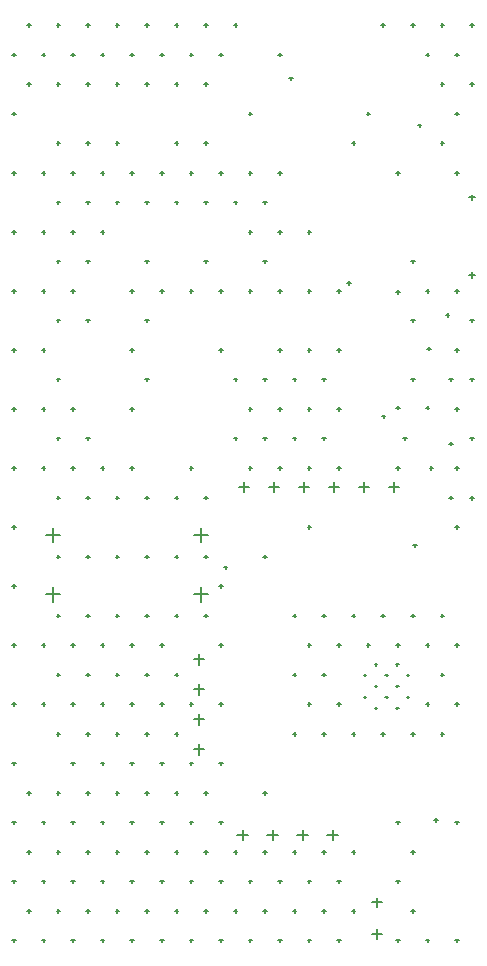
<source format=gbr>
%TF.GenerationSoftware,Altium Limited,Altium Designer,25.7.1 (20)*%
G04 Layer_Color=128*
%FSLAX45Y45*%
%MOMM*%
%TF.SameCoordinates,81D67EAA-D314-4BFC-ACE0-956B7E053A61*%
%TF.FilePolarity,Positive*%
%TF.FileFunction,Drillmap*%
%TF.Part,Single*%
G01*
G75*
%TA.AperFunction,NonConductor*%
%ADD48C,0.12700*%
D48*
X16922200Y8089900D02*
X17012199D01*
X16967200Y8044900D02*
Y8134900D01*
X16668201Y8089900D02*
X16758200D01*
X16713200Y8044900D02*
Y8134900D01*
X16414200Y8089900D02*
X16504201D01*
X16459200Y8044900D02*
Y8134900D01*
X16160201Y8089900D02*
X16250200D01*
X16205200Y8044900D02*
Y8134900D01*
X15652200Y8089900D02*
X15742200D01*
X15697200Y8044900D02*
Y8134900D01*
X15906200Y8089900D02*
X15996201D01*
X15951199Y8044900D02*
Y8134900D01*
X14021600Y7679500D02*
X14141600D01*
X14081599Y7619500D02*
Y7739500D01*
X15271600Y7679500D02*
X15391600D01*
X15331599Y7619500D02*
Y7739500D01*
X15271600Y7179501D02*
X15391600D01*
X15331599Y7119501D02*
Y7239501D01*
X14021600Y7179501D02*
X14141600D01*
X14081599Y7119501D02*
Y7239501D01*
X16779703Y4572000D02*
X16860982D01*
X16820341Y4531360D02*
Y4612640D01*
X16779703Y4305300D02*
X16860982D01*
X16820341Y4264660D02*
Y4345940D01*
X15271201Y6375400D02*
X15361200D01*
X15316200Y6330400D02*
Y6420400D01*
X15271201Y6121400D02*
X15361200D01*
X15316200Y6076400D02*
Y6166400D01*
X15271201Y6629400D02*
X15361200D01*
X15316200Y6584400D02*
Y6674400D01*
X15271201Y5867400D02*
X15361200D01*
X15316200Y5822400D02*
Y5912400D01*
X16147501Y5143500D02*
X16237500D01*
X16192500Y5098500D02*
Y5188500D01*
X16401500Y5143500D02*
X16491499D01*
X16446500Y5098500D02*
Y5188500D01*
X15639500Y5143500D02*
X15729500D01*
X15684500Y5098500D02*
Y5188500D01*
X15893500Y5143500D02*
X15983501D01*
X15938499Y5098500D02*
Y5188500D01*
X17602600Y9880798D02*
X17652600D01*
X17627600Y9855798D02*
Y9905798D01*
X17602600Y10540802D02*
X17652600D01*
X17627600Y10515802D02*
Y10565802D01*
X16709499Y6495049D02*
X16729498D01*
X16719499Y6485049D02*
Y6505049D01*
X16709499Y6311549D02*
X16729498D01*
X16719499Y6301549D02*
Y6321549D01*
X16801250Y6586799D02*
X16821249D01*
X16811249Y6576799D02*
Y6596799D01*
X16801250Y6403299D02*
X16821249D01*
X16811249Y6393299D02*
Y6413299D01*
X16801250Y6219800D02*
X16821249D01*
X16811249Y6209800D02*
Y6229800D01*
X16892999Y6495049D02*
X16912999D01*
X16902998Y6485049D02*
Y6505049D01*
X16892999Y6311549D02*
X16912999D01*
X16902998Y6301549D02*
Y6321549D01*
X16984749Y6586799D02*
X17004749D01*
X16994749Y6576799D02*
Y6596799D01*
X16984749Y6403299D02*
X17004749D01*
X16994749Y6393299D02*
Y6413299D01*
X16984749Y6219800D02*
X17004749D01*
X16994749Y6209800D02*
Y6229800D01*
X17076498Y6495049D02*
X17096500D01*
X17086499Y6485049D02*
Y6505049D01*
X17076498Y6311549D02*
X17096500D01*
X17086499Y6301549D02*
Y6321549D01*
X17268500Y8250000D02*
X17298500D01*
X17283501Y8235000D02*
Y8265000D01*
X17130000Y7594600D02*
X17160001D01*
X17145000Y7579600D02*
Y7609600D01*
X16571201Y9817100D02*
X16601199D01*
X16586200Y9802100D02*
Y9832100D01*
X16985001Y9742100D02*
X17015001D01*
X17000002Y9727100D02*
Y9757100D01*
X17405783Y9545783D02*
X17435783D01*
X17420782Y9530783D02*
Y9560783D01*
X17110001Y9500000D02*
X17140001D01*
X17125002Y9485000D02*
Y9515000D01*
X17246033Y9261033D02*
X17276033D01*
X17261034Y9246033D02*
Y9276033D01*
X17433600Y8000000D02*
X17463600D01*
X17448599Y7985000D02*
Y8015000D01*
X17433600Y8457116D02*
X17463600D01*
X17448599Y8442116D02*
Y8472116D01*
X17433600Y9000000D02*
X17463600D01*
X17448599Y8985000D02*
Y9015000D01*
X17485001Y7750000D02*
X17515001D01*
X17500002Y7735000D02*
Y7765000D01*
X17485001Y8250000D02*
X17515001D01*
X17500002Y8235000D02*
Y8265000D01*
X17485001Y8750000D02*
X17515001D01*
X17500002Y8735000D02*
Y8765000D01*
X17235001Y8761800D02*
X17265001D01*
X17250002Y8746800D02*
Y8776800D01*
X17110001Y9000000D02*
X17140001D01*
X17125002Y8985000D02*
Y9015000D01*
X17042270Y8500000D02*
X17072270D01*
X17057269Y8485000D02*
Y8515000D01*
X16985001Y8250000D02*
X17015001D01*
X17000002Y8235000D02*
Y8265000D01*
X16985001Y8761800D02*
X17015001D01*
X17000002Y8746800D02*
Y8776800D01*
X16863300Y8686800D02*
X16893300D01*
X16878300Y8671800D02*
Y8701800D01*
X17613522Y7996477D02*
X17643523D01*
X17628523Y7981477D02*
Y8011477D01*
X17610001Y8500000D02*
X17640001D01*
X17625002Y8485000D02*
Y8515000D01*
X17610001Y12000000D02*
X17640001D01*
X17625002Y11985000D02*
Y12015000D01*
X17485001Y11750000D02*
X17515001D01*
X17500002Y11735000D02*
Y11765000D01*
X17610001Y11500000D02*
X17640001D01*
X17625002Y11485000D02*
Y11515000D01*
X17485001Y11250000D02*
X17515001D01*
X17500002Y11235000D02*
Y11265000D01*
X17485001Y10750000D02*
X17515001D01*
X17500002Y10735000D02*
Y10765000D01*
X17485001Y9750000D02*
X17515001D01*
X17500002Y9735000D02*
Y9765000D01*
X17610001Y9500000D02*
X17640001D01*
X17625002Y9485000D02*
Y9515000D01*
X17485001Y9250000D02*
X17515001D01*
X17500002Y9235000D02*
Y9265000D01*
X17610001Y9000000D02*
X17640001D01*
X17625002Y8985000D02*
Y9015000D01*
X17485001Y6750000D02*
X17515001D01*
X17500002Y6735000D02*
Y6765000D01*
X17485001Y6250000D02*
X17515001D01*
X17500002Y6235000D02*
Y6265000D01*
X17485001Y5250000D02*
X17515001D01*
X17500002Y5235000D02*
Y5265000D01*
X17485001Y4250000D02*
X17515001D01*
X17500002Y4235000D02*
Y4265000D01*
X17360001Y12000000D02*
X17390001D01*
X17375002Y11985000D02*
Y12015000D01*
X17235001Y11750000D02*
X17265001D01*
X17250002Y11735000D02*
Y11765000D01*
X17360001Y11500000D02*
X17390001D01*
X17375002Y11485000D02*
Y11515000D01*
X17360001Y11000000D02*
X17390001D01*
X17375002Y10985000D02*
Y11015000D01*
X17235001Y9750000D02*
X17265001D01*
X17250002Y9735000D02*
Y9765000D01*
X17360001Y7000000D02*
X17390001D01*
X17375002Y6985000D02*
Y7015000D01*
X17235001Y6750000D02*
X17265001D01*
X17250002Y6735000D02*
Y6765000D01*
X17360001Y6500000D02*
X17390001D01*
X17375002Y6485000D02*
Y6515000D01*
X17235001Y6250000D02*
X17265001D01*
X17250002Y6235000D02*
Y6265000D01*
X17360001Y6000000D02*
X17390001D01*
X17375002Y5985000D02*
Y6015000D01*
X17235001Y4250000D02*
X17265001D01*
X17250002Y4235000D02*
Y4265000D01*
X17110001Y12000000D02*
X17140001D01*
X17125002Y11985000D02*
Y12015000D01*
X16985001Y10750000D02*
X17015001D01*
X17000002Y10735000D02*
Y10765000D01*
X17110001Y10000000D02*
X17140001D01*
X17125002Y9985000D02*
Y10015000D01*
X17110001Y7000000D02*
X17140001D01*
X17125002Y6985000D02*
Y7015000D01*
X16985001Y6750000D02*
X17015001D01*
X17000002Y6735000D02*
Y6765000D01*
X17110001Y6000000D02*
X17140001D01*
X17125002Y5985000D02*
Y6015000D01*
X16985001Y5250000D02*
X17015001D01*
X17000002Y5235000D02*
Y5265000D01*
X17110001Y5000000D02*
X17140001D01*
X17125002Y4985000D02*
Y5015000D01*
X16985001Y4750000D02*
X17015001D01*
X17000002Y4735000D02*
Y4765000D01*
X17110001Y4500000D02*
X17140001D01*
X17125002Y4485000D02*
Y4515000D01*
X16985001Y4250000D02*
X17015001D01*
X17000002Y4235000D02*
Y4265000D01*
X16860001Y12000000D02*
X16890001D01*
X16875002Y11985000D02*
Y12015000D01*
X16735001Y11250000D02*
X16765001D01*
X16750002Y11235000D02*
Y11265000D01*
X16860001Y7000000D02*
X16890001D01*
X16875002Y6985000D02*
Y7015000D01*
X16735001Y6750000D02*
X16765001D01*
X16750002Y6735000D02*
Y6765000D01*
X16860001Y6000000D02*
X16890001D01*
X16875002Y5985000D02*
Y6015000D01*
X16610001Y11000000D02*
X16640001D01*
X16625002Y10985000D02*
Y11015000D01*
X16485001Y9750000D02*
X16514999D01*
X16500002Y9735000D02*
Y9765000D01*
X16485001Y9250000D02*
X16514999D01*
X16500002Y9235000D02*
Y9265000D01*
X16485001Y8750000D02*
X16514999D01*
X16500002Y8735000D02*
Y8765000D01*
X16485001Y8250000D02*
X16514999D01*
X16500002Y8235000D02*
Y8265000D01*
X16610001Y7000000D02*
X16640001D01*
X16625002Y6985000D02*
Y7015000D01*
X16485001Y6750000D02*
X16514999D01*
X16500002Y6735000D02*
Y6765000D01*
X16485001Y6250000D02*
X16514999D01*
X16500002Y6235000D02*
Y6265000D01*
X16610001Y6000000D02*
X16640001D01*
X16625002Y5985000D02*
Y6015000D01*
X16610001Y5000000D02*
X16640001D01*
X16625002Y4985000D02*
Y5015000D01*
X16485001Y4750000D02*
X16514999D01*
X16500002Y4735000D02*
Y4765000D01*
X16610001Y4500000D02*
X16640001D01*
X16625002Y4485000D02*
Y4515000D01*
X16485001Y4250000D02*
X16514999D01*
X16500002Y4235000D02*
Y4265000D01*
X16235001Y10250000D02*
X16264999D01*
X16250002Y10235000D02*
Y10265000D01*
X16235001Y9750000D02*
X16264999D01*
X16250002Y9735000D02*
Y9765000D01*
X16235001Y9250000D02*
X16264999D01*
X16250002Y9235000D02*
Y9265000D01*
X16360001Y9000000D02*
X16389999D01*
X16375002Y8985000D02*
Y9015000D01*
X16235001Y8750000D02*
X16264999D01*
X16250002Y8735000D02*
Y8765000D01*
X16360001Y8500000D02*
X16389999D01*
X16375002Y8485000D02*
Y8515000D01*
X16235001Y8250000D02*
X16264999D01*
X16250002Y8235000D02*
Y8265000D01*
X16235001Y7750000D02*
X16264999D01*
X16250002Y7735000D02*
Y7765000D01*
X16360001Y7000000D02*
X16389999D01*
X16375002Y6985000D02*
Y7015000D01*
X16235001Y6750000D02*
X16264999D01*
X16250002Y6735000D02*
Y6765000D01*
X16360001Y6500000D02*
X16389999D01*
X16375002Y6485000D02*
Y6515000D01*
X16235001Y6250000D02*
X16264999D01*
X16250002Y6235000D02*
Y6265000D01*
X16360001Y6000000D02*
X16389999D01*
X16375002Y5985000D02*
Y6015000D01*
X16360001Y5000000D02*
X16389999D01*
X16375002Y4985000D02*
Y5015000D01*
X16235001Y4750000D02*
X16264999D01*
X16250002Y4735000D02*
Y4765000D01*
X16360001Y4500000D02*
X16389999D01*
X16375002Y4485000D02*
Y4515000D01*
X16235001Y4250000D02*
X16264999D01*
X16250002Y4235000D02*
Y4265000D01*
X15985001Y11750000D02*
X16014999D01*
X16000002Y11735000D02*
Y11765000D01*
X15985001Y10750000D02*
X16014999D01*
X16000002Y10735000D02*
Y10765000D01*
X15985001Y10250000D02*
X16014999D01*
X16000002Y10235000D02*
Y10265000D01*
X15985001Y9750000D02*
X16014999D01*
X16000002Y9735000D02*
Y9765000D01*
X15985001Y9250000D02*
X16014999D01*
X16000002Y9235000D02*
Y9265000D01*
X16110001Y9000000D02*
X16139999D01*
X16125002Y8985000D02*
Y9015000D01*
X15985001Y8750000D02*
X16014999D01*
X16000002Y8735000D02*
Y8765000D01*
X16110001Y8500000D02*
X16139999D01*
X16125002Y8485000D02*
Y8515000D01*
X15985001Y8250000D02*
X16014999D01*
X16000002Y8235000D02*
Y8265000D01*
X16110001Y7000000D02*
X16139999D01*
X16125002Y6985000D02*
Y7015000D01*
X16110001Y6500000D02*
X16139999D01*
X16125002Y6485000D02*
Y6515000D01*
X16110001Y6000000D02*
X16139999D01*
X16125002Y5985000D02*
Y6015000D01*
X16110001Y5000000D02*
X16139999D01*
X16125002Y4985000D02*
Y5015000D01*
X15985001Y4750000D02*
X16014999D01*
X16000002Y4735000D02*
Y4765000D01*
X16110001Y4500000D02*
X16139999D01*
X16125002Y4485000D02*
Y4515000D01*
X15985001Y4250000D02*
X16014999D01*
X16000002Y4235000D02*
Y4265000D01*
X15735001Y11250000D02*
X15764999D01*
X15750002Y11235000D02*
Y11265000D01*
X15735001Y10750000D02*
X15764999D01*
X15750002Y10735000D02*
Y10765000D01*
X15860001Y10500000D02*
X15889999D01*
X15875002Y10485000D02*
Y10515000D01*
X15735001Y10250000D02*
X15764999D01*
X15750002Y10235000D02*
Y10265000D01*
X15860001Y10000000D02*
X15889999D01*
X15875002Y9985000D02*
Y10015000D01*
X15735001Y9750000D02*
X15764999D01*
X15750002Y9735000D02*
Y9765000D01*
X15860001Y9000000D02*
X15889999D01*
X15875002Y8985000D02*
Y9015000D01*
X15735001Y8750000D02*
X15764999D01*
X15750002Y8735000D02*
Y8765000D01*
X15860001Y8500000D02*
X15889999D01*
X15875002Y8485000D02*
Y8515000D01*
X15735001Y8250000D02*
X15764999D01*
X15750002Y8235000D02*
Y8265000D01*
X15860001Y7500000D02*
X15889999D01*
X15875002Y7485000D02*
Y7515000D01*
X15860001Y5500000D02*
X15889999D01*
X15875002Y5485000D02*
Y5515000D01*
X15860001Y5000000D02*
X15889999D01*
X15875002Y4985000D02*
Y5015000D01*
X15735001Y4750000D02*
X15764999D01*
X15750002Y4735000D02*
Y4765000D01*
X15860001Y4500000D02*
X15889999D01*
X15875002Y4485000D02*
Y4515000D01*
X15735001Y4250000D02*
X15764999D01*
X15750002Y4235000D02*
Y4265000D01*
X15610001Y12000000D02*
X15639999D01*
X15625002Y11985000D02*
Y12015000D01*
X15485001Y11750000D02*
X15514999D01*
X15500000Y11735000D02*
Y11765000D01*
X15485001Y10750000D02*
X15514999D01*
X15500000Y10735000D02*
Y10765000D01*
X15610001Y10500000D02*
X15639999D01*
X15625002Y10485000D02*
Y10515000D01*
X15485001Y9750000D02*
X15514999D01*
X15500000Y9735000D02*
Y9765000D01*
X15485001Y9250000D02*
X15514999D01*
X15500000Y9235000D02*
Y9265000D01*
X15610001Y9000000D02*
X15639999D01*
X15625002Y8985000D02*
Y9015000D01*
X15610001Y8500000D02*
X15639999D01*
X15625002Y8485000D02*
Y8515000D01*
X15485001Y7250000D02*
X15514999D01*
X15500000Y7235000D02*
Y7265000D01*
X15485001Y6750000D02*
X15514999D01*
X15500000Y6735000D02*
Y6765000D01*
X15485001Y6250000D02*
X15514999D01*
X15500000Y6235000D02*
Y6265000D01*
X15485001Y5750000D02*
X15514999D01*
X15500000Y5735000D02*
Y5765000D01*
X15485001Y5250000D02*
X15514999D01*
X15500000Y5235000D02*
Y5265000D01*
X15610001Y5000000D02*
X15639999D01*
X15625002Y4985000D02*
Y5015000D01*
X15485001Y4750000D02*
X15514999D01*
X15500000Y4735000D02*
Y4765000D01*
X15610001Y4500000D02*
X15639999D01*
X15625002Y4485000D02*
Y4515000D01*
X15485001Y4250000D02*
X15514999D01*
X15500000Y4235000D02*
Y4265000D01*
X15360001Y12000000D02*
X15389999D01*
X15375000Y11985000D02*
Y12015000D01*
X15235001Y11750000D02*
X15264999D01*
X15250000Y11735000D02*
Y11765000D01*
X15360001Y11500000D02*
X15389999D01*
X15375000Y11485000D02*
Y11515000D01*
X15360001Y11000000D02*
X15389999D01*
X15375000Y10985000D02*
Y11015000D01*
X15235001Y10750000D02*
X15264999D01*
X15250000Y10735000D02*
Y10765000D01*
X15360001Y10500000D02*
X15389999D01*
X15375000Y10485000D02*
Y10515000D01*
X15360001Y10000000D02*
X15389999D01*
X15375000Y9985000D02*
Y10015000D01*
X15235001Y9750000D02*
X15264999D01*
X15250000Y9735000D02*
Y9765000D01*
X15235001Y8250000D02*
X15264999D01*
X15250000Y8235000D02*
Y8265000D01*
X15360001Y8000000D02*
X15389999D01*
X15375000Y7985000D02*
Y8015000D01*
X15360001Y7500000D02*
X15389999D01*
X15375000Y7485000D02*
Y7515000D01*
X15360001Y7000000D02*
X15389999D01*
X15375000Y6985000D02*
Y7015000D01*
X15235001Y6250000D02*
X15264999D01*
X15250000Y6235000D02*
Y6265000D01*
X15235001Y5750000D02*
X15264999D01*
X15250000Y5735000D02*
Y5765000D01*
X15360001Y5500000D02*
X15389999D01*
X15375000Y5485000D02*
Y5515000D01*
X15235001Y5250000D02*
X15264999D01*
X15250000Y5235000D02*
Y5265000D01*
X15360001Y5000000D02*
X15389999D01*
X15375000Y4985000D02*
Y5015000D01*
X15235001Y4750000D02*
X15264999D01*
X15250000Y4735000D02*
Y4765000D01*
X15360001Y4500000D02*
X15389999D01*
X15375000Y4485000D02*
Y4515000D01*
X15235001Y4250000D02*
X15264999D01*
X15250000Y4235000D02*
Y4265000D01*
X15110001Y12000000D02*
X15139999D01*
X15125000Y11985000D02*
Y12015000D01*
X14985001Y11750000D02*
X15014999D01*
X15000000Y11735000D02*
Y11765000D01*
X15110001Y11500000D02*
X15139999D01*
X15125000Y11485000D02*
Y11515000D01*
X15110001Y11000000D02*
X15139999D01*
X15125000Y10985000D02*
Y11015000D01*
X14985001Y10750000D02*
X15014999D01*
X15000000Y10735000D02*
Y10765000D01*
X15110001Y10500000D02*
X15139999D01*
X15125000Y10485000D02*
Y10515000D01*
X14985001Y9750000D02*
X15014999D01*
X15000000Y9735000D02*
Y9765000D01*
X15110001Y8000000D02*
X15139999D01*
X15125000Y7985000D02*
Y8015000D01*
X15110001Y7500000D02*
X15139999D01*
X15125000Y7485000D02*
Y7515000D01*
X15110001Y7000000D02*
X15139999D01*
X15125000Y6985000D02*
Y7015000D01*
X14985001Y6750000D02*
X15014999D01*
X15000000Y6735000D02*
Y6765000D01*
X15110001Y6500000D02*
X15139999D01*
X15125000Y6485000D02*
Y6515000D01*
X14985001Y6250000D02*
X15014999D01*
X15000000Y6235000D02*
Y6265000D01*
X15110001Y6000000D02*
X15139999D01*
X15125000Y5985000D02*
Y6015000D01*
X14985001Y5750000D02*
X15014999D01*
X15000000Y5735000D02*
Y5765000D01*
X15110001Y5500000D02*
X15139999D01*
X15125000Y5485000D02*
Y5515000D01*
X14985001Y5250000D02*
X15014999D01*
X15000000Y5235000D02*
Y5265000D01*
X15110001Y5000000D02*
X15139999D01*
X15125000Y4985000D02*
Y5015000D01*
X14985001Y4750000D02*
X15014999D01*
X15000000Y4735000D02*
Y4765000D01*
X15110001Y4500000D02*
X15139999D01*
X15125000Y4485000D02*
Y4515000D01*
X14985001Y4250000D02*
X15014999D01*
X15000000Y4235000D02*
Y4265000D01*
X14860001Y12000000D02*
X14889999D01*
X14875000Y11985000D02*
Y12015000D01*
X14735001Y11750000D02*
X14764999D01*
X14750000Y11735000D02*
Y11765000D01*
X14860001Y11500000D02*
X14889999D01*
X14875000Y11485000D02*
Y11515000D01*
X14735001Y10750000D02*
X14764999D01*
X14750000Y10735000D02*
Y10765000D01*
X14860001Y10500000D02*
X14889999D01*
X14875000Y10485000D02*
Y10515000D01*
X14860001Y10000000D02*
X14889999D01*
X14875000Y9985000D02*
Y10015000D01*
X14735001Y9750000D02*
X14764999D01*
X14750000Y9735000D02*
Y9765000D01*
X14860001Y9500000D02*
X14889999D01*
X14875000Y9485000D02*
Y9515000D01*
X14735001Y9250000D02*
X14764999D01*
X14750000Y9235000D02*
Y9265000D01*
X14860001Y9000000D02*
X14889999D01*
X14875000Y8985000D02*
Y9015000D01*
X14735001Y8750000D02*
X14764999D01*
X14750000Y8735000D02*
Y8765000D01*
X14735001Y8250000D02*
X14764999D01*
X14750000Y8235000D02*
Y8265000D01*
X14860001Y8000000D02*
X14889999D01*
X14875000Y7985000D02*
Y8015000D01*
X14860001Y7500000D02*
X14889999D01*
X14875000Y7485000D02*
Y7515000D01*
X14860001Y7000000D02*
X14889999D01*
X14875000Y6985000D02*
Y7015000D01*
X14735001Y6750000D02*
X14764999D01*
X14750000Y6735000D02*
Y6765000D01*
X14860001Y6500000D02*
X14889999D01*
X14875000Y6485000D02*
Y6515000D01*
X14735001Y6250000D02*
X14764999D01*
X14750000Y6235000D02*
Y6265000D01*
X14860001Y6000000D02*
X14889999D01*
X14875000Y5985000D02*
Y6015000D01*
X14735001Y5750000D02*
X14764999D01*
X14750000Y5735000D02*
Y5765000D01*
X14860001Y5500000D02*
X14889999D01*
X14875000Y5485000D02*
Y5515000D01*
X14735001Y5250000D02*
X14764999D01*
X14750000Y5235000D02*
Y5265000D01*
X14860001Y5000000D02*
X14889999D01*
X14875000Y4985000D02*
Y5015000D01*
X14735001Y4750000D02*
X14764999D01*
X14750000Y4735000D02*
Y4765000D01*
X14860001Y4500000D02*
X14889999D01*
X14875000Y4485000D02*
Y4515000D01*
X14735001Y4250000D02*
X14764999D01*
X14750000Y4235000D02*
Y4265000D01*
X14610001Y12000000D02*
X14639999D01*
X14625000Y11985000D02*
Y12015000D01*
X14485001Y11750000D02*
X14514999D01*
X14500000Y11735000D02*
Y11765000D01*
X14610001Y11500000D02*
X14639999D01*
X14625000Y11485000D02*
Y11515000D01*
X14610001Y11000000D02*
X14639999D01*
X14625000Y10985000D02*
Y11015000D01*
X14485001Y10750000D02*
X14514999D01*
X14500000Y10735000D02*
Y10765000D01*
X14610001Y10500000D02*
X14639999D01*
X14625000Y10485000D02*
Y10515000D01*
X14485001Y10250000D02*
X14514999D01*
X14500000Y10235000D02*
Y10265000D01*
X14485001Y8250000D02*
X14514999D01*
X14500000Y8235000D02*
Y8265000D01*
X14610001Y8000000D02*
X14639999D01*
X14625000Y7985000D02*
Y8015000D01*
X14610001Y7500000D02*
X14639999D01*
X14625000Y7485000D02*
Y7515000D01*
X14610001Y7000000D02*
X14639999D01*
X14625000Y6985000D02*
Y7015000D01*
X14485001Y6750000D02*
X14514999D01*
X14500000Y6735000D02*
Y6765000D01*
X14610001Y6500000D02*
X14639999D01*
X14625000Y6485000D02*
Y6515000D01*
X14485001Y6250000D02*
X14514999D01*
X14500000Y6235000D02*
Y6265000D01*
X14610001Y6000000D02*
X14639999D01*
X14625000Y5985000D02*
Y6015000D01*
X14485001Y5750000D02*
X14514999D01*
X14500000Y5735000D02*
Y5765000D01*
X14610001Y5500000D02*
X14639999D01*
X14625000Y5485000D02*
Y5515000D01*
X14485001Y5250000D02*
X14514999D01*
X14500000Y5235000D02*
Y5265000D01*
X14610001Y5000000D02*
X14639999D01*
X14625000Y4985000D02*
Y5015000D01*
X14485001Y4750000D02*
X14514999D01*
X14500000Y4735000D02*
Y4765000D01*
X14610001Y4500000D02*
X14639999D01*
X14625000Y4485000D02*
Y4515000D01*
X14485001Y4250000D02*
X14514999D01*
X14500000Y4235000D02*
Y4265000D01*
X14360001Y12000000D02*
X14389999D01*
X14375000Y11985000D02*
Y12015000D01*
X14235001Y11750000D02*
X14264999D01*
X14250000Y11735000D02*
Y11765000D01*
X14360001Y11500000D02*
X14389999D01*
X14375000Y11485000D02*
Y11515000D01*
X14360001Y11000000D02*
X14389999D01*
X14375000Y10985000D02*
Y11015000D01*
X14235001Y10750000D02*
X14264999D01*
X14250000Y10735000D02*
Y10765000D01*
X14360001Y10500000D02*
X14389999D01*
X14375000Y10485000D02*
Y10515000D01*
X14235001Y10250000D02*
X14264999D01*
X14250000Y10235000D02*
Y10265000D01*
X14360001Y10000000D02*
X14389999D01*
X14375000Y9985000D02*
Y10015000D01*
X14235001Y9750000D02*
X14264999D01*
X14250000Y9735000D02*
Y9765000D01*
X14360001Y9500000D02*
X14389999D01*
X14375000Y9485000D02*
Y9515000D01*
X14235001Y8750000D02*
X14264999D01*
X14250000Y8735000D02*
Y8765000D01*
X14360001Y8500000D02*
X14389999D01*
X14375000Y8485000D02*
Y8515000D01*
X14235001Y8250000D02*
X14264999D01*
X14250000Y8235000D02*
Y8265000D01*
X14360001Y8000000D02*
X14389999D01*
X14375000Y7985000D02*
Y8015000D01*
X14360001Y7500000D02*
X14389999D01*
X14375000Y7485000D02*
Y7515000D01*
X14360001Y7000000D02*
X14389999D01*
X14375000Y6985000D02*
Y7015000D01*
X14235001Y6750000D02*
X14264999D01*
X14250000Y6735000D02*
Y6765000D01*
X14360001Y6500000D02*
X14389999D01*
X14375000Y6485000D02*
Y6515000D01*
X14235001Y6250000D02*
X14264999D01*
X14250000Y6235000D02*
Y6265000D01*
X14360001Y6000000D02*
X14389999D01*
X14375000Y5985000D02*
Y6015000D01*
X14235001Y5750000D02*
X14264999D01*
X14250000Y5735000D02*
Y5765000D01*
X14360001Y5500000D02*
X14389999D01*
X14375000Y5485000D02*
Y5515000D01*
X14235001Y5250000D02*
X14264999D01*
X14250000Y5235000D02*
Y5265000D01*
X14360001Y5000000D02*
X14389999D01*
X14375000Y4985000D02*
Y5015000D01*
X14235001Y4750000D02*
X14264999D01*
X14250000Y4735000D02*
Y4765000D01*
X14360001Y4500000D02*
X14389999D01*
X14375000Y4485000D02*
Y4515000D01*
X14235001Y4250000D02*
X14264999D01*
X14250000Y4235000D02*
Y4265000D01*
X14110001Y12000000D02*
X14139999D01*
X14125000Y11985000D02*
Y12015000D01*
X13985001Y11750000D02*
X14014999D01*
X14000000Y11735000D02*
Y11765000D01*
X14110001Y11500000D02*
X14139999D01*
X14125000Y11485000D02*
Y11515000D01*
X14110001Y11000000D02*
X14139999D01*
X14125000Y10985000D02*
Y11015000D01*
X13985001Y10750000D02*
X14014999D01*
X14000000Y10735000D02*
Y10765000D01*
X14110001Y10500000D02*
X14139999D01*
X14125000Y10485000D02*
Y10515000D01*
X13985001Y10250000D02*
X14014999D01*
X14000000Y10235000D02*
Y10265000D01*
X14110001Y10000000D02*
X14139999D01*
X14125000Y9985000D02*
Y10015000D01*
X13985001Y9750000D02*
X14014999D01*
X14000000Y9735000D02*
Y9765000D01*
X14110001Y9500000D02*
X14139999D01*
X14125000Y9485000D02*
Y9515000D01*
X13985001Y9250000D02*
X14014999D01*
X14000000Y9235000D02*
Y9265000D01*
X14110001Y9000000D02*
X14139999D01*
X14125000Y8985000D02*
Y9015000D01*
X13985001Y8750000D02*
X14014999D01*
X14000000Y8735000D02*
Y8765000D01*
X14110001Y8500000D02*
X14139999D01*
X14125000Y8485000D02*
Y8515000D01*
X13985001Y8250000D02*
X14014999D01*
X14000000Y8235000D02*
Y8265000D01*
X14110001Y8000000D02*
X14139999D01*
X14125000Y7985000D02*
Y8015000D01*
X14110001Y7500000D02*
X14139999D01*
X14125000Y7485000D02*
Y7515000D01*
X14110001Y7000000D02*
X14139999D01*
X14125000Y6985000D02*
Y7015000D01*
X13985001Y6750000D02*
X14014999D01*
X14000000Y6735000D02*
Y6765000D01*
X14110001Y6500000D02*
X14139999D01*
X14125000Y6485000D02*
Y6515000D01*
X13985001Y6250000D02*
X14014999D01*
X14000000Y6235000D02*
Y6265000D01*
X14110001Y6000000D02*
X14139999D01*
X14125000Y5985000D02*
Y6015000D01*
X14110001Y5500000D02*
X14139999D01*
X14125000Y5485000D02*
Y5515000D01*
X13985001Y5250000D02*
X14014999D01*
X14000000Y5235000D02*
Y5265000D01*
X14110001Y5000000D02*
X14139999D01*
X14125000Y4985000D02*
Y5015000D01*
X13985001Y4750000D02*
X14014999D01*
X14000000Y4735000D02*
Y4765000D01*
X14110001Y4500000D02*
X14139999D01*
X14125000Y4485000D02*
Y4515000D01*
X13985001Y4250000D02*
X14014999D01*
X14000000Y4235000D02*
Y4265000D01*
X13860001Y12000000D02*
X13889999D01*
X13875000Y11985000D02*
Y12015000D01*
X13735001Y11750000D02*
X13764999D01*
X13750000Y11735000D02*
Y11765000D01*
X13860001Y11500000D02*
X13889999D01*
X13875000Y11485000D02*
Y11515000D01*
X13735001Y11250000D02*
X13764999D01*
X13750000Y11235000D02*
Y11265000D01*
X13735001Y10750000D02*
X13764999D01*
X13750000Y10735000D02*
Y10765000D01*
X13735001Y10250000D02*
X13764999D01*
X13750000Y10235000D02*
Y10265000D01*
X13735001Y9750000D02*
X13764999D01*
X13750000Y9735000D02*
Y9765000D01*
X13735001Y9250000D02*
X13764999D01*
X13750000Y9235000D02*
Y9265000D01*
X13735001Y8750000D02*
X13764999D01*
X13750000Y8735000D02*
Y8765000D01*
X13735001Y8250000D02*
X13764999D01*
X13750000Y8235000D02*
Y8265000D01*
X13735001Y7750000D02*
X13764999D01*
X13750000Y7735000D02*
Y7765000D01*
X13735001Y7250000D02*
X13764999D01*
X13750000Y7235000D02*
Y7265000D01*
X13735001Y6750000D02*
X13764999D01*
X13750000Y6735000D02*
Y6765000D01*
X13735001Y6250000D02*
X13764999D01*
X13750000Y6235000D02*
Y6265000D01*
X13735001Y5750000D02*
X13764999D01*
X13750000Y5735000D02*
Y5765000D01*
X13860001Y5500000D02*
X13889999D01*
X13875000Y5485000D02*
Y5515000D01*
X13735001Y5250000D02*
X13764999D01*
X13750000Y5235000D02*
Y5265000D01*
X13860001Y5000000D02*
X13889999D01*
X13875000Y4985000D02*
Y5015000D01*
X13735001Y4750000D02*
X13764999D01*
X13750000Y4735000D02*
Y4765000D01*
X13860001Y4500000D02*
X13889999D01*
X13875000Y4485000D02*
Y4515000D01*
X13735001Y4250000D02*
X13764999D01*
X13750000Y4235000D02*
Y4265000D01*
X17307800Y5270500D02*
X17337801D01*
X17322800Y5255500D02*
Y5285500D01*
X17168100Y11150600D02*
X17198100D01*
X17183099Y11135600D02*
Y11165600D01*
X15524719Y7409180D02*
X15554720D01*
X15539720Y7394180D02*
Y7424180D01*
X16078439Y11549380D02*
X16108440D01*
X16093440Y11534380D02*
Y11564380D01*
%TF.MD5,cc76f49949c9ee94f1d7de21e5cc10f2*%
M02*

</source>
